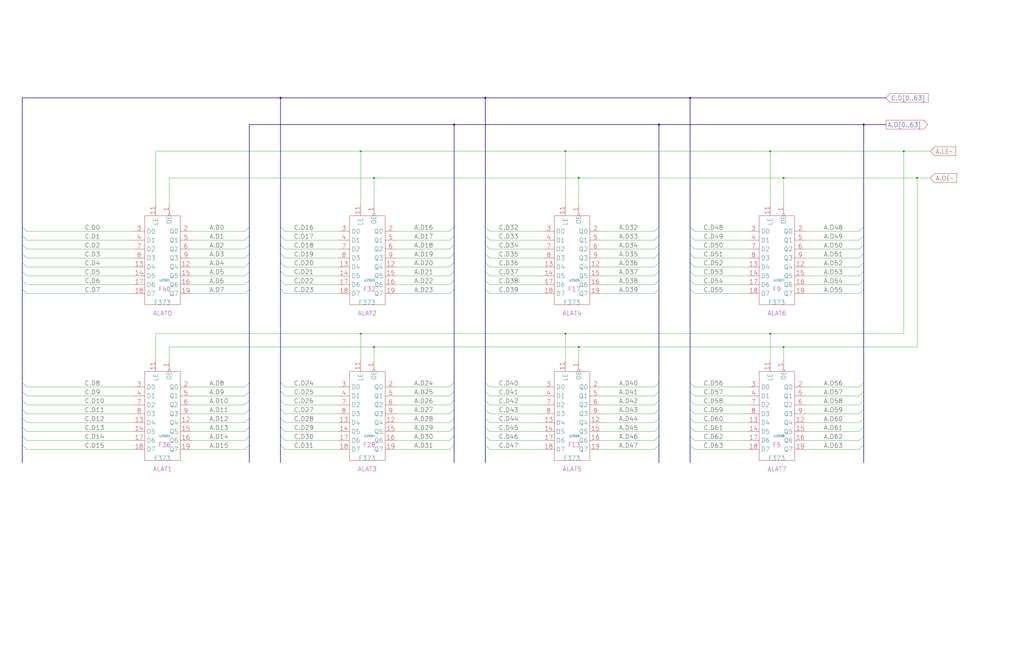
<source format=kicad_sch>
(kicad_sch (version 20250114) (generator "eeschema") (generator_version "9.0")
  (paper "User" 584.2 378.46)
  (title_block (title "A LATCH") (date "22-MAR-90") (rev "1.0") (comment 1 "VALUE") (comment 2 "232-003063") (comment 3 "S400") (comment 4 "RELEASED"))
  (lib_symbols
    (symbol "r1000:F373" (pin_names (offset 1.016))
      (property "Reference" "U" (at 2.54 5.08 0))
      (property "Value" "F373" (at -3.81 -7.62 0))
      (property "Location" "___" (at -1.27 0 0))
      (property "Name" "______" (at 1.27 -15.24 0))
      (symbol "F373_1_1"
        (rectangle (start -8.89 41.91) (end 11.43 -8.89))
        (circle (center 5.08 42.545) (radius 0.635))
        (pin input line (at -15.24 33.02 0) (length 6.35) (name "D0") (number "3"))
        (pin input line (at -15.24 27.94 0) (length 6.35) (name "D1") (number "4"))
        (pin input line (at -15.24 22.86 0) (length 6.35) (name "D2") (number "7"))
        (pin input line (at -15.24 17.78 0) (length 6.35) (name "D3") (number "8"))
        (pin input line (at -15.24 12.7 0) (length 6.35) (name "D4") (number "13"))
        (pin input line (at -15.24 7.62 0) (length 6.35) (name "D5") (number "14"))
        (pin input line (at -15.24 2.54 0) (length 6.35) (name "D6") (number "17"))
        (pin input line (at -15.24 -2.54 0) (length 6.35) (name "D7") (number "18"))
        (pin input line (at -2.54 48.26 270) (length 6.35) (name "LE") (number "11"))
        (pin input line (at 5.08 48.26 270) (length 5.08) (name "OE") (number "1"))
        (pin tri_state line (at 17.78 33.02 180) (length 6.35) (name "Q0") (number "2"))
        (pin tri_state line (at 17.78 27.94 180) (length 6.35) (name "Q1") (number "5"))
        (pin tri_state line (at 17.78 22.86 180) (length 6.35) (name "Q2") (number "6"))
        (pin tri_state line (at 17.78 17.78 180) (length 6.35) (name "Q3") (number "9"))
        (pin tri_state line (at 17.78 12.7 180) (length 6.35) (name "Q4") (number "12"))
        (pin tri_state line (at 17.78 7.62 180) (length 6.35) (name "Q5") (number "15"))
        (pin tri_state line (at 17.78 2.54 180) (length 6.35) (name "Q6") (number "16"))
        (pin tri_state line (at 17.78 -2.54 180) (length 6.35) (name "Q7") (number "19"))
      )
    )
  )
  (junction (at 439.42 86.36))
  (junction (at 375.92 71.12))
  (junction (at 515.62 86.36))
  (junction (at 213.36 198.12))
  (junction (at 447.04 198.12))
  (junction (at 330.2 101.6))
  (junction (at 259.08 71.12))
  (junction (at 213.36 101.6))
  (junction (at 393.7 55.88))
  (junction (at 330.2 198.12))
  (junction (at 439.42 190.5))
  (junction (at 447.04 101.6))
  (junction (at 322.58 190.5))
  (junction (at 276.86 55.88))
  (junction (at 205.74 86.36))
  (junction (at 205.74 190.5))
  (junction (at 322.58 86.36))
  (junction (at 523.24 101.6))
  (junction (at 160.02 55.88))
  (junction (at 492.76 71.12))
  (bus_entry (at 12.7 139.7) (size 2.54 2.54))
  (bus_entry (at 276.86 149.86) (size 2.54 2.54))
  (bus_entry (at 12.7 165.1) (size 2.54 2.54))
  (bus_entry (at 142.24 228.6) (size -2.54 2.54))
  (bus_entry (at 160.02 254) (size 2.54 2.54))
  (bus_entry (at 492.76 238.76) (size -2.54 2.54))
  (bus_entry (at 12.7 248.92) (size 2.54 2.54))
  (bus_entry (at 160.02 248.92) (size 2.54 2.54))
  (bus_entry (at 12.7 134.62) (size 2.54 2.54))
  (bus_entry (at 276.86 129.54) (size 2.54 2.54))
  (bus_entry (at 276.86 139.7) (size 2.54 2.54))
  (bus_entry (at 375.92 254) (size -2.54 2.54))
  (bus_entry (at 393.7 248.92) (size 2.54 2.54))
  (bus_entry (at 160.02 243.84) (size 2.54 2.54))
  (bus_entry (at 375.92 144.78) (size -2.54 2.54))
  (bus_entry (at 276.86 238.76) (size 2.54 2.54))
  (bus_entry (at 259.08 144.78) (size -2.54 2.54))
  (bus_entry (at 12.7 149.86) (size 2.54 2.54))
  (bus_entry (at 375.92 129.54) (size -2.54 2.54))
  (bus_entry (at 375.92 134.62) (size -2.54 2.54))
  (bus_entry (at 492.76 254) (size -2.54 2.54))
  (bus_entry (at 142.24 160.02) (size -2.54 2.54))
  (bus_entry (at 160.02 238.76) (size 2.54 2.54))
  (bus_entry (at 142.24 254) (size -2.54 2.54))
  (bus_entry (at 160.02 228.6) (size 2.54 2.54))
  (bus_entry (at 259.08 154.94) (size -2.54 2.54))
  (bus_entry (at 393.7 149.86) (size 2.54 2.54))
  (bus_entry (at 276.86 248.92) (size 2.54 2.54))
  (bus_entry (at 160.02 129.54) (size 2.54 2.54))
  (bus_entry (at 276.86 243.84) (size 2.54 2.54))
  (bus_entry (at 12.7 243.84) (size 2.54 2.54))
  (bus_entry (at 276.86 144.78) (size 2.54 2.54))
  (bus_entry (at 259.08 228.6) (size -2.54 2.54))
  (bus_entry (at 492.76 228.6) (size -2.54 2.54))
  (bus_entry (at 393.7 144.78) (size 2.54 2.54))
  (bus_entry (at 259.08 160.02) (size -2.54 2.54))
  (bus_entry (at 160.02 218.44) (size 2.54 2.54))
  (bus_entry (at 142.24 149.86) (size -2.54 2.54))
  (bus_entry (at 375.92 160.02) (size -2.54 2.54))
  (bus_entry (at 276.86 233.68) (size 2.54 2.54))
  (bus_entry (at 259.08 248.92) (size -2.54 2.54))
  (bus_entry (at 393.7 139.7) (size 2.54 2.54))
  (bus_entry (at 375.92 228.6) (size -2.54 2.54))
  (bus_entry (at 259.08 149.86) (size -2.54 2.54))
  (bus_entry (at 160.02 233.68) (size 2.54 2.54))
  (bus_entry (at 12.7 154.94) (size 2.54 2.54))
  (bus_entry (at 393.7 218.44) (size 2.54 2.54))
  (bus_entry (at 12.7 233.68) (size 2.54 2.54))
  (bus_entry (at 259.08 129.54) (size -2.54 2.54))
  (bus_entry (at 393.7 129.54) (size 2.54 2.54))
  (bus_entry (at 12.7 254) (size 2.54 2.54))
  (bus_entry (at 259.08 238.76) (size -2.54 2.54))
  (bus_entry (at 12.7 228.6) (size 2.54 2.54))
  (bus_entry (at 492.76 134.62) (size -2.54 2.54))
  (bus_entry (at 259.08 243.84) (size -2.54 2.54))
  (bus_entry (at 142.24 134.62) (size -2.54 2.54))
  (bus_entry (at 492.76 233.68) (size -2.54 2.54))
  (bus_entry (at 393.7 243.84) (size 2.54 2.54))
  (bus_entry (at 160.02 160.02) (size 2.54 2.54))
  (bus_entry (at 492.76 129.54) (size -2.54 2.54))
  (bus_entry (at 12.7 218.44) (size 2.54 2.54))
  (bus_entry (at 142.24 129.54) (size -2.54 2.54))
  (bus_entry (at 492.76 248.92) (size -2.54 2.54))
  (bus_entry (at 142.24 243.84) (size -2.54 2.54))
  (bus_entry (at 492.76 223.52) (size -2.54 2.54))
  (bus_entry (at 492.76 144.78) (size -2.54 2.54))
  (bus_entry (at 375.92 139.7) (size -2.54 2.54))
  (bus_entry (at 160.02 144.78) (size 2.54 2.54))
  (bus_entry (at 160.02 139.7) (size 2.54 2.54))
  (bus_entry (at 492.76 160.02) (size -2.54 2.54))
  (bus_entry (at 375.92 218.44) (size -2.54 2.54))
  (bus_entry (at 142.24 139.7) (size -2.54 2.54))
  (bus_entry (at 492.76 165.1) (size -2.54 2.54))
  (bus_entry (at 160.02 165.1) (size 2.54 2.54))
  (bus_entry (at 259.08 165.1) (size -2.54 2.54))
  (bus_entry (at 276.86 160.02) (size 2.54 2.54))
  (bus_entry (at 259.08 233.68) (size -2.54 2.54))
  (bus_entry (at 276.86 154.94) (size 2.54 2.54))
  (bus_entry (at 276.86 218.44) (size 2.54 2.54))
  (bus_entry (at 492.76 243.84) (size -2.54 2.54))
  (bus_entry (at 142.24 248.92) (size -2.54 2.54))
  (bus_entry (at 393.7 165.1) (size 2.54 2.54))
  (bus_entry (at 276.86 165.1) (size 2.54 2.54))
  (bus_entry (at 393.7 223.52) (size 2.54 2.54))
  (bus_entry (at 492.76 218.44) (size -2.54 2.54))
  (bus_entry (at 142.24 233.68) (size -2.54 2.54))
  (bus_entry (at 375.92 233.68) (size -2.54 2.54))
  (bus_entry (at 276.86 134.62) (size 2.54 2.54))
  (bus_entry (at 142.24 154.94) (size -2.54 2.54))
  (bus_entry (at 492.76 154.94) (size -2.54 2.54))
  (bus_entry (at 12.7 129.54) (size 2.54 2.54))
  (bus_entry (at 12.7 223.52) (size 2.54 2.54))
  (bus_entry (at 160.02 149.86) (size 2.54 2.54))
  (bus_entry (at 393.7 154.94) (size 2.54 2.54))
  (bus_entry (at 276.86 223.52) (size 2.54 2.54))
  (bus_entry (at 492.76 149.86) (size -2.54 2.54))
  (bus_entry (at 375.92 223.52) (size -2.54 2.54))
  (bus_entry (at 276.86 228.6) (size 2.54 2.54))
  (bus_entry (at 259.08 134.62) (size -2.54 2.54))
  (bus_entry (at 160.02 134.62) (size 2.54 2.54))
  (bus_entry (at 259.08 254) (size -2.54 2.54))
  (bus_entry (at 393.7 254) (size 2.54 2.54))
  (bus_entry (at 393.7 134.62) (size 2.54 2.54))
  (bus_entry (at 393.7 228.6) (size 2.54 2.54))
  (bus_entry (at 160.02 154.94) (size 2.54 2.54))
  (bus_entry (at 393.7 233.68) (size 2.54 2.54))
  (bus_entry (at 142.24 238.76) (size -2.54 2.54))
  (bus_entry (at 259.08 218.44) (size -2.54 2.54))
  (bus_entry (at 259.08 223.52) (size -2.54 2.54))
  (bus_entry (at 259.08 139.7) (size -2.54 2.54))
  (bus_entry (at 276.86 254) (size 2.54 2.54))
  (bus_entry (at 393.7 160.02) (size 2.54 2.54))
  (bus_entry (at 12.7 144.78) (size 2.54 2.54))
  (bus_entry (at 12.7 238.76) (size 2.54 2.54))
  (bus_entry (at 375.92 154.94) (size -2.54 2.54))
  (bus_entry (at 375.92 238.76) (size -2.54 2.54))
  (bus_entry (at 12.7 160.02) (size 2.54 2.54))
  (bus_entry (at 142.24 223.52) (size -2.54 2.54))
  (bus_entry (at 142.24 218.44) (size -2.54 2.54))
  (bus_entry (at 492.76 139.7) (size -2.54 2.54))
  (bus_entry (at 375.92 243.84) (size -2.54 2.54))
  (bus_entry (at 160.02 223.52) (size 2.54 2.54))
  (bus_entry (at 375.92 149.86) (size -2.54 2.54))
  (bus_entry (at 142.24 144.78) (size -2.54 2.54))
  (bus_entry (at 375.92 248.92) (size -2.54 2.54))
  (bus_entry (at 142.24 165.1) (size -2.54 2.54))
  (bus_entry (at 393.7 238.76) (size 2.54 2.54))
  (bus_entry (at 375.92 165.1) (size -2.54 2.54))
  (bus (pts (xy 160.02 223.52) (xy 160.02 228.6)))
  (wire (pts (xy 162.56 147.32) (xy 193.04 147.32)))
  (wire (pts (xy 109.22 162.56) (xy 139.7 162.56)))
  (bus (pts (xy 259.08 228.6) (xy 259.08 233.68)))
  (wire (pts (xy 396.24 132.08) (xy 426.72 132.08)))
  (bus (pts (xy 12.7 134.62) (xy 12.7 139.7)))
  (wire (pts (xy 523.24 198.12) (xy 447.04 198.12)))
  (wire (pts (xy 396.24 256.54) (xy 426.72 256.54)))
  (bus (pts (xy 12.7 55.88) (xy 12.7 129.54)))
  (wire (pts (xy 15.24 162.56) (xy 76.2 162.56)))
  (wire (pts (xy 515.62 86.36) (xy 515.62 190.5)))
  (bus (pts (xy 492.76 238.76) (xy 492.76 243.84)))
  (wire (pts (xy 396.24 162.56) (xy 426.72 162.56)))
  (wire (pts (xy 279.4 157.48) (xy 309.88 157.48)))
  (bus (pts (xy 12.7 55.88) (xy 160.02 55.88)))
  (wire (pts (xy 15.24 147.32) (xy 76.2 147.32)))
  (wire (pts (xy 342.9 147.32) (xy 373.38 147.32)))
  (bus (pts (xy 276.86 160.02) (xy 276.86 165.1)))
  (wire (pts (xy 15.24 137.16) (xy 76.2 137.16)))
  (bus (pts (xy 276.86 134.62) (xy 276.86 139.7)))
  (wire (pts (xy 162.56 231.14) (xy 193.04 231.14)))
  (wire (pts (xy 213.36 101.6) (xy 213.36 116.84)))
  (wire (pts (xy 342.9 246.38) (xy 373.38 246.38)))
  (bus (pts (xy 12.7 218.44) (xy 12.7 223.52)))
  (bus (pts (xy 276.86 55.88) (xy 276.86 129.54)))
  (wire (pts (xy 109.22 152.4) (xy 139.7 152.4)))
  (bus (pts (xy 276.86 154.94) (xy 276.86 160.02)))
  (wire (pts (xy 226.06 167.64) (xy 256.54 167.64)))
  (wire (pts (xy 396.24 137.16) (xy 426.72 137.16)))
  (wire (pts (xy 109.22 147.32) (xy 139.7 147.32)))
  (wire (pts (xy 279.4 226.06) (xy 309.88 226.06)))
  (bus (pts (xy 12.7 144.78) (xy 12.7 149.86)))
  (wire (pts (xy 459.74 241.3) (xy 490.22 241.3)))
  (bus (pts (xy 276.86 165.1) (xy 276.86 218.44)))
  (wire (pts (xy 447.04 101.6) (xy 523.24 101.6)))
  (bus (pts (xy 492.76 154.94) (xy 492.76 160.02)))
  (wire (pts (xy 459.74 231.14) (xy 490.22 231.14)))
  (wire (pts (xy 15.24 246.38) (xy 76.2 246.38)))
  (bus (pts (xy 492.76 139.7) (xy 492.76 144.78)))
  (wire (pts (xy 15.24 167.64) (xy 76.2 167.64)))
  (bus (pts (xy 276.86 228.6) (xy 276.86 233.68)))
  (wire (pts (xy 459.74 220.98) (xy 490.22 220.98)))
  (wire (pts (xy 162.56 220.98) (xy 193.04 220.98)))
  (bus (pts (xy 276.86 144.78) (xy 276.86 149.86)))
  (wire (pts (xy 226.06 162.56) (xy 256.54 162.56)))
  (wire (pts (xy 459.74 132.08) (xy 490.22 132.08)))
  (bus (pts (xy 492.76 233.68) (xy 492.76 238.76)))
  (wire (pts (xy 342.9 241.3) (xy 373.38 241.3)))
  (bus (pts (xy 492.76 71.12) (xy 505.46 71.12)))
  (bus (pts (xy 276.86 243.84) (xy 276.86 248.92)))
  (wire (pts (xy 226.06 256.54) (xy 256.54 256.54)))
  (bus (pts (xy 142.24 149.86) (xy 142.24 154.94)))
  (bus (pts (xy 160.02 129.54) (xy 160.02 134.62)))
  (bus (pts (xy 142.24 71.12) (xy 142.24 129.54)))
  (bus (pts (xy 375.92 223.52) (xy 375.92 228.6)))
  (bus (pts (xy 492.76 228.6) (xy 492.76 233.68)))
  (bus (pts (xy 12.7 228.6) (xy 12.7 233.68)))
  (bus (pts (xy 12.7 248.92) (xy 12.7 254)))
  (wire (pts (xy 88.9 86.36) (xy 205.74 86.36)))
  (wire (pts (xy 109.22 220.98) (xy 139.7 220.98)))
  (wire (pts (xy 109.22 241.3) (xy 139.7 241.3)))
  (wire (pts (xy 109.22 167.64) (xy 139.7 167.64)))
  (wire (pts (xy 342.9 256.54) (xy 373.38 256.54)))
  (wire (pts (xy 396.24 147.32) (xy 426.72 147.32)))
  (bus (pts (xy 492.76 71.12) (xy 492.76 129.54)))
  (wire (pts (xy 279.4 246.38) (xy 309.88 246.38)))
  (wire (pts (xy 226.06 241.3) (xy 256.54 241.3)))
  (wire (pts (xy 96.52 198.12) (xy 96.52 205.74)))
  (bus (pts (xy 276.86 139.7) (xy 276.86 144.78)))
  (bus (pts (xy 393.7 165.1) (xy 393.7 218.44)))
  (bus (pts (xy 142.24 160.02) (xy 142.24 165.1)))
  (wire (pts (xy 109.22 256.54) (xy 139.7 256.54)))
  (bus (pts (xy 375.92 71.12) (xy 492.76 71.12)))
  (wire (pts (xy 330.2 198.12) (xy 330.2 205.74)))
  (wire (pts (xy 162.56 226.06) (xy 193.04 226.06)))
  (wire (pts (xy 439.42 86.36) (xy 515.62 86.36)))
  (bus (pts (xy 393.7 55.88) (xy 393.7 129.54)))
  (wire (pts (xy 330.2 101.6) (xy 330.2 116.84)))
  (wire (pts (xy 15.24 142.24) (xy 76.2 142.24)))
  (wire (pts (xy 213.36 101.6) (xy 330.2 101.6)))
  (bus (pts (xy 160.02 228.6) (xy 160.02 233.68)))
  (wire (pts (xy 162.56 152.4) (xy 193.04 152.4)))
  (wire (pts (xy 279.4 137.16) (xy 309.88 137.16)))
  (wire (pts (xy 15.24 236.22) (xy 76.2 236.22)))
  (wire (pts (xy 459.74 137.16) (xy 490.22 137.16)))
  (wire (pts (xy 523.24 101.6) (xy 523.24 198.12)))
  (wire (pts (xy 15.24 152.4) (xy 76.2 152.4)))
  (wire (pts (xy 162.56 251.46) (xy 193.04 251.46)))
  (wire (pts (xy 439.42 190.5) (xy 439.42 205.74)))
  (wire (pts (xy 226.06 246.38) (xy 256.54 246.38)))
  (wire (pts (xy 279.4 256.54) (xy 309.88 256.54)))
  (wire (pts (xy 396.24 236.22) (xy 426.72 236.22)))
  (wire (pts (xy 279.4 241.3) (xy 309.88 241.3)))
  (wire (pts (xy 88.9 190.5) (xy 88.9 205.74)))
  (wire (pts (xy 459.74 256.54) (xy 490.22 256.54)))
  (bus (pts (xy 375.92 238.76) (xy 375.92 243.84)))
  (bus (pts (xy 492.76 254) (xy 492.76 264.16)))
  (wire (pts (xy 226.06 157.48) (xy 256.54 157.48)))
  (bus (pts (xy 259.08 71.12) (xy 259.08 129.54)))
  (bus (pts (xy 160.02 134.62) (xy 160.02 139.7)))
  (bus (pts (xy 160.02 144.78) (xy 160.02 149.86)))
  (bus (pts (xy 142.24 71.12) (xy 259.08 71.12)))
  (bus (pts (xy 160.02 254) (xy 160.02 264.16)))
  (bus (pts (xy 259.08 254) (xy 259.08 264.16)))
  (wire (pts (xy 279.4 162.56) (xy 309.88 162.56)))
  (wire (pts (xy 459.74 157.48) (xy 490.22 157.48)))
  (bus (pts (xy 12.7 129.54) (xy 12.7 134.62)))
  (bus (pts (xy 12.7 238.76) (xy 12.7 243.84)))
  (bus (pts (xy 12.7 139.7) (xy 12.7 144.78)))
  (wire (pts (xy 322.58 190.5) (xy 322.58 205.74)))
  (bus (pts (xy 492.76 218.44) (xy 492.76 223.52)))
  (bus (pts (xy 259.08 144.78) (xy 259.08 149.86)))
  (bus (pts (xy 160.02 154.94) (xy 160.02 160.02)))
  (bus (pts (xy 12.7 165.1) (xy 12.7 218.44)))
  (bus (pts (xy 393.7 134.62) (xy 393.7 139.7)))
  (wire (pts (xy 342.9 142.24) (xy 373.38 142.24)))
  (wire (pts (xy 447.04 198.12) (xy 447.04 205.74)))
  (bus (pts (xy 375.92 254) (xy 375.92 264.16)))
  (wire (pts (xy 15.24 241.3) (xy 76.2 241.3)))
  (bus (pts (xy 393.7 149.86) (xy 393.7 154.94)))
  (bus (pts (xy 12.7 243.84) (xy 12.7 248.92)))
  (wire (pts (xy 459.74 152.4) (xy 490.22 152.4)))
  (wire (pts (xy 162.56 256.54) (xy 193.04 256.54)))
  (wire (pts (xy 342.9 236.22) (xy 373.38 236.22)))
  (bus (pts (xy 142.24 134.62) (xy 142.24 139.7)))
  (bus (pts (xy 375.92 243.84) (xy 375.92 248.92)))
  (wire (pts (xy 226.06 142.24) (xy 256.54 142.24)))
  (bus (pts (xy 142.24 228.6) (xy 142.24 233.68)))
  (wire (pts (xy 96.52 101.6) (xy 213.36 101.6)))
  (wire (pts (xy 447.04 198.12) (xy 330.2 198.12)))
  (wire (pts (xy 459.74 142.24) (xy 490.22 142.24)))
  (wire (pts (xy 279.4 147.32) (xy 309.88 147.32)))
  (wire (pts (xy 396.24 241.3) (xy 426.72 241.3)))
  (wire (pts (xy 226.06 147.32) (xy 256.54 147.32)))
  (wire (pts (xy 447.04 101.6) (xy 447.04 116.84)))
  (bus (pts (xy 393.7 129.54) (xy 393.7 134.62)))
  (wire (pts (xy 396.24 167.64) (xy 426.72 167.64)))
  (wire (pts (xy 342.9 152.4) (xy 373.38 152.4)))
  (bus (pts (xy 259.08 154.94) (xy 259.08 160.02)))
  (bus (pts (xy 492.76 129.54) (xy 492.76 134.62)))
  (bus (pts (xy 259.08 165.1) (xy 259.08 218.44)))
  (wire (pts (xy 342.9 132.08) (xy 373.38 132.08)))
  (wire (pts (xy 279.4 132.08) (xy 309.88 132.08)))
  (bus (pts (xy 276.86 233.68) (xy 276.86 238.76)))
  (bus (pts (xy 375.92 233.68) (xy 375.92 238.76)))
  (wire (pts (xy 205.74 190.5) (xy 205.74 205.74)))
  (wire (pts (xy 96.52 101.6) (xy 96.52 116.84)))
  (wire (pts (xy 109.22 246.38) (xy 139.7 246.38)))
  (bus (pts (xy 375.92 154.94) (xy 375.92 160.02)))
  (bus (pts (xy 160.02 139.7) (xy 160.02 144.78)))
  (wire (pts (xy 322.58 86.36) (xy 322.58 116.84)))
  (wire (pts (xy 162.56 137.16) (xy 193.04 137.16)))
  (bus (pts (xy 276.86 238.76) (xy 276.86 243.84)))
  (bus (pts (xy 393.7 144.78) (xy 393.7 149.86)))
  (bus (pts (xy 276.86 223.52) (xy 276.86 228.6)))
  (wire (pts (xy 322.58 190.5) (xy 205.74 190.5)))
  (wire (pts (xy 330.2 198.12) (xy 213.36 198.12)))
  (bus (pts (xy 142.24 165.1) (xy 142.24 218.44)))
  (bus (pts (xy 259.08 238.76) (xy 259.08 243.84)))
  (bus (pts (xy 160.02 160.02) (xy 160.02 165.1)))
  (wire (pts (xy 226.06 236.22) (xy 256.54 236.22)))
  (bus (pts (xy 375.92 160.02) (xy 375.92 165.1)))
  (bus (pts (xy 142.24 248.92) (xy 142.24 254)))
  (wire (pts (xy 396.24 220.98) (xy 426.72 220.98)))
  (bus (pts (xy 142.24 223.52) (xy 142.24 228.6)))
  (wire (pts (xy 15.24 226.06) (xy 76.2 226.06)))
  (bus (pts (xy 160.02 233.68) (xy 160.02 238.76)))
  (bus (pts (xy 492.76 165.1) (xy 492.76 218.44)))
  (bus (pts (xy 492.76 160.02) (xy 492.76 165.1)))
  (bus (pts (xy 375.92 218.44) (xy 375.92 223.52)))
  (bus (pts (xy 393.7 233.68) (xy 393.7 238.76)))
  (wire (pts (xy 279.4 142.24) (xy 309.88 142.24)))
  (wire (pts (xy 15.24 157.48) (xy 76.2 157.48)))
  (wire (pts (xy 226.06 231.14) (xy 256.54 231.14)))
  (wire (pts (xy 459.74 246.38) (xy 490.22 246.38)))
  (bus (pts (xy 160.02 238.76) (xy 160.02 243.84)))
  (bus (pts (xy 276.86 248.92) (xy 276.86 254)))
  (wire (pts (xy 15.24 256.54) (xy 76.2 256.54)))
  (wire (pts (xy 342.9 226.06) (xy 373.38 226.06)))
  (wire (pts (xy 15.24 251.46) (xy 76.2 251.46)))
  (wire (pts (xy 459.74 236.22) (xy 490.22 236.22)))
  (bus (pts (xy 160.02 55.88) (xy 160.02 129.54)))
  (bus (pts (xy 142.24 144.78) (xy 142.24 149.86)))
  (bus (pts (xy 12.7 223.52) (xy 12.7 228.6)))
  (wire (pts (xy 15.24 220.98) (xy 76.2 220.98)))
  (bus (pts (xy 259.08 248.92) (xy 259.08 254)))
  (wire (pts (xy 459.74 251.46) (xy 490.22 251.46)))
  (bus (pts (xy 276.86 129.54) (xy 276.86 134.62)))
  (wire (pts (xy 396.24 152.4) (xy 426.72 152.4)))
  (bus (pts (xy 492.76 149.86) (xy 492.76 154.94)))
  (bus (pts (xy 259.08 139.7) (xy 259.08 144.78)))
  (bus (pts (xy 12.7 254) (xy 12.7 264.16)))
  (wire (pts (xy 88.9 86.36) (xy 88.9 116.84)))
  (bus (pts (xy 393.7 218.44) (xy 393.7 223.52)))
  (wire (pts (xy 109.22 157.48) (xy 139.7 157.48)))
  (wire (pts (xy 162.56 241.3) (xy 193.04 241.3)))
  (bus (pts (xy 393.7 238.76) (xy 393.7 243.84)))
  (wire (pts (xy 396.24 157.48) (xy 426.72 157.48)))
  (bus (pts (xy 492.76 248.92) (xy 492.76 254)))
  (wire (pts (xy 279.4 251.46) (xy 309.88 251.46)))
  (wire (pts (xy 279.4 152.4) (xy 309.88 152.4)))
  (wire (pts (xy 279.4 167.64) (xy 309.88 167.64)))
  (bus (pts (xy 492.76 243.84) (xy 492.76 248.92)))
  (wire (pts (xy 226.06 152.4) (xy 256.54 152.4)))
  (bus (pts (xy 160.02 218.44) (xy 160.02 223.52)))
  (wire (pts (xy 396.24 251.46) (xy 426.72 251.46)))
  (bus (pts (xy 12.7 233.68) (xy 12.7 238.76)))
  (wire (pts (xy 396.24 142.24) (xy 426.72 142.24)))
  (wire (pts (xy 459.74 167.64) (xy 490.22 167.64)))
  (bus (pts (xy 142.24 243.84) (xy 142.24 248.92)))
  (bus (pts (xy 276.86 218.44) (xy 276.86 223.52)))
  (wire (pts (xy 439.42 86.36) (xy 439.42 116.84)))
  (bus (pts (xy 393.7 254) (xy 393.7 264.16)))
  (wire (pts (xy 226.06 137.16) (xy 256.54 137.16)))
  (wire (pts (xy 15.24 132.08) (xy 76.2 132.08)))
  (wire (pts (xy 515.62 190.5) (xy 439.42 190.5)))
  (bus (pts (xy 393.7 223.52) (xy 393.7 228.6)))
  (wire (pts (xy 162.56 236.22) (xy 193.04 236.22)))
  (wire (pts (xy 523.24 101.6) (xy 530.86 101.6)))
  (wire (pts (xy 205.74 86.36) (xy 322.58 86.36)))
  (bus (pts (xy 160.02 55.88) (xy 276.86 55.88)))
  (bus (pts (xy 259.08 243.84) (xy 259.08 248.92)))
  (bus (pts (xy 393.7 248.92) (xy 393.7 254)))
  (bus (pts (xy 375.92 134.62) (xy 375.92 139.7)))
  (bus (pts (xy 142.24 139.7) (xy 142.24 144.78)))
  (wire (pts (xy 226.06 220.98) (xy 256.54 220.98)))
  (bus (pts (xy 375.92 149.86) (xy 375.92 154.94)))
  (wire (pts (xy 279.4 236.22) (xy 309.88 236.22)))
  (wire (pts (xy 15.24 231.14) (xy 76.2 231.14)))
  (bus (pts (xy 393.7 160.02) (xy 393.7 165.1)))
  (bus (pts (xy 259.08 218.44) (xy 259.08 223.52)))
  (bus (pts (xy 142.24 218.44) (xy 142.24 223.52)))
  (wire (pts (xy 515.62 86.36) (xy 530.86 86.36)))
  (wire (pts (xy 205.74 190.5) (xy 88.9 190.5)))
  (bus (pts (xy 375.92 71.12) (xy 375.92 129.54)))
  (bus (pts (xy 276.86 254) (xy 276.86 264.16)))
  (wire (pts (xy 162.56 167.64) (xy 193.04 167.64)))
  (wire (pts (xy 226.06 251.46) (xy 256.54 251.46)))
  (bus (pts (xy 492.76 223.52) (xy 492.76 228.6)))
  (wire (pts (xy 226.06 132.08) (xy 256.54 132.08)))
  (wire (pts (xy 213.36 198.12) (xy 96.52 198.12)))
  (wire (pts (xy 109.22 231.14) (xy 139.7 231.14)))
  (wire (pts (xy 109.22 142.24) (xy 139.7 142.24)))
  (bus (pts (xy 160.02 243.84) (xy 160.02 248.92)))
  (wire (pts (xy 459.74 147.32) (xy 490.22 147.32)))
  (bus (pts (xy 259.08 160.02) (xy 259.08 165.1)))
  (bus (pts (xy 142.24 238.76) (xy 142.24 243.84)))
  (bus (pts (xy 259.08 71.12) (xy 375.92 71.12)))
  (wire (pts (xy 279.4 220.98) (xy 309.88 220.98)))
  (wire (pts (xy 342.9 220.98) (xy 373.38 220.98)))
  (wire (pts (xy 396.24 226.06) (xy 426.72 226.06)))
  (wire (pts (xy 279.4 231.14) (xy 309.88 231.14)))
  (wire (pts (xy 162.56 246.38) (xy 193.04 246.38)))
  (bus (pts (xy 393.7 154.94) (xy 393.7 160.02)))
  (bus (pts (xy 393.7 139.7) (xy 393.7 144.78)))
  (bus (pts (xy 259.08 233.68) (xy 259.08 238.76)))
  (bus (pts (xy 375.92 144.78) (xy 375.92 149.86)))
  (bus (pts (xy 492.76 144.78) (xy 492.76 149.86)))
  (wire (pts (xy 109.22 226.06) (xy 139.7 226.06)))
  (wire (pts (xy 342.9 162.56) (xy 373.38 162.56)))
  (bus (pts (xy 276.86 55.88) (xy 393.7 55.88)))
  (wire (pts (xy 342.9 137.16) (xy 373.38 137.16)))
  (bus (pts (xy 375.92 139.7) (xy 375.92 144.78)))
  (wire (pts (xy 226.06 226.06) (xy 256.54 226.06)))
  (bus (pts (xy 375.92 248.92) (xy 375.92 254)))
  (bus (pts (xy 393.7 228.6) (xy 393.7 233.68)))
  (bus (pts (xy 142.24 254) (xy 142.24 264.16)))
  (wire (pts (xy 396.24 231.14) (xy 426.72 231.14)))
  (bus (pts (xy 142.24 129.54) (xy 142.24 134.62)))
  (bus (pts (xy 12.7 154.94) (xy 12.7 160.02)))
  (wire (pts (xy 162.56 157.48) (xy 193.04 157.48)))
  (wire (pts (xy 213.36 198.12) (xy 213.36 205.74)))
  (bus (pts (xy 142.24 233.68) (xy 142.24 238.76)))
  (wire (pts (xy 459.74 162.56) (xy 490.22 162.56)))
  (wire (pts (xy 322.58 86.36) (xy 439.42 86.36)))
  (bus (pts (xy 160.02 165.1) (xy 160.02 218.44)))
  (bus (pts (xy 12.7 160.02) (xy 12.7 165.1)))
  (wire (pts (xy 205.74 86.36) (xy 205.74 116.84)))
  (wire (pts (xy 439.42 190.5) (xy 322.58 190.5)))
  (wire (pts (xy 162.56 132.08) (xy 193.04 132.08)))
  (bus (pts (xy 393.7 243.84) (xy 393.7 248.92)))
  (wire (pts (xy 459.74 226.06) (xy 490.22 226.06)))
  (wire (pts (xy 342.9 251.46) (xy 373.38 251.46)))
  (bus (pts (xy 259.08 129.54) (xy 259.08 134.62)))
  (wire (pts (xy 109.22 132.08) (xy 139.7 132.08)))
  (wire (pts (xy 342.9 231.14) (xy 373.38 231.14)))
  (bus (pts (xy 160.02 248.92) (xy 160.02 254)))
  (bus (pts (xy 259.08 149.86) (xy 259.08 154.94)))
  (bus (pts (xy 492.76 134.62) (xy 492.76 139.7)))
  (wire (pts (xy 109.22 236.22) (xy 139.7 236.22)))
  (wire (pts (xy 109.22 251.46) (xy 139.7 251.46)))
  (bus (pts (xy 276.86 149.86) (xy 276.86 154.94)))
  (bus (pts (xy 259.08 134.62) (xy 259.08 139.7)))
  (bus (pts (xy 393.7 55.88) (xy 505.46 55.88)))
  (wire (pts (xy 396.24 246.38) (xy 426.72 246.38)))
  (bus (pts (xy 142.24 154.94) (xy 142.24 160.02)))
  (bus (pts (xy 375.92 129.54) (xy 375.92 134.62)))
  (bus (pts (xy 375.92 228.6) (xy 375.92 233.68)))
  (bus (pts (xy 12.7 149.86) (xy 12.7 154.94)))
  (wire (pts (xy 342.9 167.64) (xy 373.38 167.64)))
  (wire (pts (xy 162.56 162.56) (xy 193.04 162.56)))
  (bus (pts (xy 375.92 165.1) (xy 375.92 218.44)))
  (bus (pts (xy 259.08 223.52) (xy 259.08 228.6)))
  (wire (pts (xy 109.22 137.16) (xy 139.7 137.16)))
  (wire (pts (xy 162.56 142.24) (xy 193.04 142.24)))
  (bus (pts (xy 160.02 149.86) (xy 160.02 154.94)))
  (wire (pts (xy 342.9 157.48) (xy 373.38 157.48)))
  (wire (pts (xy 330.2 101.6) (xy 447.04 101.6)))
  (label "A.D21" (at 236.22 157.48 0) (effects (font (size 2.54 2.54))))
  (label "C.D5" (at 48.26 157.48 0) (effects (font (size 2.54 2.54))))
  (label "C.D47" (at 284.48 256.54 0) (effects (font (size 2.54 2.54))))
  (label "A.D40" (at 353.06 220.98 0) (effects (font (size 2.54 2.54))))
  (label "A.D43" (at 353.06 236.22 0) (effects (font (size 2.54 2.54))))
  (label "C.D53" (at 401.32 157.48 0) (effects (font (size 2.54 2.54))))
  (label "A.D61" (at 469.9 246.38 0) (effects (font (size 2.54 2.54))))
  (label "C.D29" (at 167.64 246.38 0) (effects (font (size 2.54 2.54))))
  (label "A.D48" (at 469.9 132.08 0) (effects (font (size 2.54 2.54))))
  (label "A.D45" (at 353.06 246.38 0) (effects (font (size 2.54 2.54))))
  (label "C.D37" (at 284.48 157.48 0) (effects (font (size 2.54 2.54))))
  (label "C.D38" (at 284.48 162.56 0) (effects (font (size 2.54 2.54))))
  (label "A.D35" (at 353.06 147.32 0) (effects (font (size 2.54 2.54))))
  (label "C.D25" (at 167.64 226.06 0) (effects (font (size 2.54 2.54))))
  (label "A.D57" (at 469.9 226.06 0) (effects (font (size 2.54 2.54))))
  (label "C.D63" (at 401.32 256.54 0) (effects (font (size 2.54 2.54))))
  (label "C.D54" (at 401.32 162.56 0) (effects (font (size 2.54 2.54))))
  (label "C.D35" (at 284.48 147.32 0) (effects (font (size 2.54 2.54))))
  (label "C.D3" (at 48.26 147.32 0) (effects (font (size 2.54 2.54))))
  (label "A.D38" (at 353.06 162.56 0) (effects (font (size 2.54 2.54))))
  (label "C.D19" (at 167.64 147.32 0) (effects (font (size 2.54 2.54))))
  (label "A.D60" (at 469.9 241.3 0) (effects (font (size 2.54 2.54))))
  (label "C.D28" (at 167.64 241.3 0) (effects (font (size 2.54 2.54))))
  (label "C.D2" (at 48.26 142.24 0) (effects (font (size 2.54 2.54))))
  (label "C.D61" (at 401.32 246.38 0) (effects (font (size 2.54 2.54))))
  (label "C.D7" (at 48.26 167.64 0) (effects (font (size 2.54 2.54))))
  (label "A.D0" (at 119.38 132.08 0) (effects (font (size 2.54 2.54))))
  (label "A.D54" (at 469.9 162.56 0) (effects (font (size 2.54 2.54))))
  (label "C.D60" (at 401.32 241.3 0) (effects (font (size 2.54 2.54))))
  (label "C.D34" (at 284.48 142.24 0) (effects (font (size 2.54 2.54))))
  (label "A.D23" (at 236.22 167.64 0) (effects (font (size 2.54 2.54))))
  (label "C.D58" (at 401.32 231.14 0) (effects (font (size 2.54 2.54))))
  (label "C.D15" (at 48.26 256.54 0) (effects (font (size 2.54 2.54))))
  (label "C.D20" (at 167.64 152.4 0) (effects (font (size 2.54 2.54))))
  (label "A.D10" (at 119.38 231.14 0) (effects (font (size 2.54 2.54))))
  (label "A.D63" (at 469.9 256.54 0) (effects (font (size 2.54 2.54))))
  (label "C.D23" (at 167.64 167.64 0) (effects (font (size 2.54 2.54))))
  (label "C.D14" (at 48.26 251.46 0) (effects (font (size 2.54 2.54))))
  (label "C.D1" (at 48.26 137.16 0) (effects (font (size 2.54 2.54))))
  (label "A.D14" (at 119.38 251.46 0) (effects (font (size 2.54 2.54))))
  (label "A.D17" (at 236.22 137.16 0) (effects (font (size 2.54 2.54))))
  (label "C.D4" (at 48.26 152.4 0) (effects (font (size 2.54 2.54))))
  (label "C.D36" (at 284.48 152.4 0) (effects (font (size 2.54 2.54))))
  (label "A.D56" (at 469.9 220.98 0) (effects (font (size 2.54 2.54))))
  (label "A.D37" (at 353.06 157.48 0) (effects (font (size 2.54 2.54))))
  (label "C.D44" (at 284.48 241.3 0) (effects (font (size 2.54 2.54))))
  (label "C.D39" (at 284.48 167.64 0) (effects (font (size 2.54 2.54))))
  (label "A.D36" (at 353.06 152.4 0) (effects (font (size 2.54 2.54))))
  (label "A.D27" (at 236.22 236.22 0) (effects (font (size 2.54 2.54))))
  (label "A.D47" (at 353.06 256.54 0) (effects (font (size 2.54 2.54))))
  (label "A.D1" (at 119.38 137.16 0) (effects (font (size 2.54 2.54))))
  (label "A.D11" (at 119.38 236.22 0) (effects (font (size 2.54 2.54))))
  (label "A.D50" (at 469.9 142.24 0) (effects (font (size 2.54 2.54))))
  (label "C.D10" (at 48.26 231.14 0) (effects (font (size 2.54 2.54))))
  (label "A.D2" (at 119.38 142.24 0) (effects (font (size 2.54 2.54))))
  (label "A.D53" (at 469.9 157.48 0) (effects (font (size 2.54 2.54))))
  (label "C.D21" (at 167.64 157.48 0) (effects (font (size 2.54 2.54))))
  (label "A.D33" (at 353.06 137.16 0) (effects (font (size 2.54 2.54))))
  (label "C.D17" (at 167.64 137.16 0) (effects (font (size 2.54 2.54))))
  (label "A.D62" (at 469.9 251.46 0) (effects (font (size 2.54 2.54))))
  (label "A.D5" (at 119.38 157.48 0) (effects (font (size 2.54 2.54))))
  (label "C.D9" (at 48.26 226.06 0) (effects (font (size 2.54 2.54))))
  (label "C.D62" (at 401.32 251.46 0) (effects (font (size 2.54 2.54))))
  (label "C.D50" (at 401.32 142.24 0) (effects (font (size 2.54 2.54))))
  (label "C.D27" (at 167.64 236.22 0) (effects (font (size 2.54 2.54))))
  (label "C.D31" (at 167.64 256.54 0) (effects (font (size 2.54 2.54))))
  (label "A.D13" (at 119.38 246.38 0) (effects (font (size 2.54 2.54))))
  (label "A.D42" (at 353.06 231.14 0) (effects (font (size 2.54 2.54))))
  (label "C.D33" (at 284.48 137.16 0) (effects (font (size 2.54 2.54))))
  (label "A.D3" (at 119.38 147.32 0) (effects (font (size 2.54 2.54))))
  (label "C.D49" (at 401.32 137.16 0) (effects (font (size 2.54 2.54))))
  (label "A.D39" (at 353.06 167.64 0) (effects (font (size 2.54 2.54))))
  (label "C.D12" (at 48.26 241.3 0) (effects (font (size 2.54 2.54))))
  (label "A.D7" (at 119.38 167.64 0) (effects (font (size 2.54 2.54))))
  (label "C.D22" (at 167.64 162.56 0) (effects (font (size 2.54 2.54))))
  (label "A.D26" (at 236.22 231.14 0) (effects (font (size 2.54 2.54))))
  (label "C.D16" (at 167.64 132.08 0) (effects (font (size 2.54 2.54))))
  (label "C.D24" (at 167.64 220.98 0) (effects (font (size 2.54 2.54))))
  (label "A.D58" (at 469.9 231.14 0) (effects (font (size 2.54 2.54))))
  (label "C.D0" (at 48.26 132.08 0) (effects (font (size 2.54 2.54))))
  (label "A.D30" (at 236.22 251.46 0) (effects (font (size 2.54 2.54))))
  (label "C.D18" (at 167.64 142.24 0) (effects (font (size 2.54 2.54))))
  (label "A.D16" (at 236.22 132.08 0) (effects (font (size 2.54 2.54))))
  (label "A.D55" (at 469.9 167.64 0) (effects (font (size 2.54 2.54))))
  (label "C.D30" (at 167.64 251.46 0) (effects (font (size 2.54 2.54))))
  (label "C.D48" (at 401.32 132.08 0) (effects (font (size 2.54 2.54))))
  (label "C.D52" (at 401.32 152.4 0) (effects (font (size 2.54 2.54))))
  (label "C.D41" (at 284.48 226.06 0) (effects (font (size 2.54 2.54))))
  (label "A.D52" (at 469.9 152.4 0) (effects (font (size 2.54 2.54))))
  (label "A.D41" (at 353.06 226.06 0) (effects (font (size 2.54 2.54))))
  (label "C.D11" (at 48.26 236.22 0) (effects (font (size 2.54 2.54))))
  (label "C.D8" (at 48.26 220.98 0) (effects (font (size 2.54 2.54))))
  (label "A.D20" (at 236.22 152.4 0) (effects (font (size 2.54 2.54))))
  (label "C.D51" (at 401.32 147.32 0) (effects (font (size 2.54 2.54))))
  (label "C.D26" (at 167.64 231.14 0) (effects (font (size 2.54 2.54))))
  (label "A.D6" (at 119.38 162.56 0) (effects (font (size 2.54 2.54))))
  (label "C.D45" (at 284.48 246.38 0) (effects (font (size 2.54 2.54))))
  (label "A.D25" (at 236.22 226.06 0) (effects (font (size 2.54 2.54))))
  (label "C.D13" (at 48.26 246.38 0) (effects (font (size 2.54 2.54))))
  (label "A.D22" (at 236.22 162.56 0) (effects (font (size 2.54 2.54))))
  (label "A.D24" (at 236.22 220.98 0) (effects (font (size 2.54 2.54))))
  (label "A.D8" (at 119.38 220.98 0) (effects (font (size 2.54 2.54))))
  (label "A.D12" (at 119.38 241.3 0) (effects (font (size 2.54 2.54))))
  (label "A.D4" (at 119.38 152.4 0) (effects (font (size 2.54 2.54))))
  (label "C.D46" (at 284.48 251.46 0) (effects (font (size 2.54 2.54))))
  (label "A.D29" (at 236.22 246.38 0) (effects (font (size 2.54 2.54))))
  (label "C.D55" (at 401.32 167.64 0) (effects (font (size 2.54 2.54))))
  (label "C.D40" (at 284.48 220.98 0) (effects (font (size 2.54 2.54))))
  (label "A.D44" (at 353.06 241.3 0) (effects (font (size 2.54 2.54))))
  (label "A.D9" (at 119.38 226.06 0) (effects (font (size 2.54 2.54))))
  (label "C.D59" (at 401.32 236.22 0) (effects (font (size 2.54 2.54))))
  (label "A.D19" (at 236.22 147.32 0) (effects (font (size 2.54 2.54))))
  (label "A.D28" (at 236.22 241.3 0) (effects (font (size 2.54 2.54))))
  (label "A.D59" (at 469.9 236.22 0) (effects (font (size 2.54 2.54))))
  (label "A.D32" (at 353.06 132.08 0) (effects (font (size 2.54 2.54))))
  (label "C.D6" (at 48.26 162.56 0) (effects (font (size 2.54 2.54))))
  (label "C.D32" (at 284.48 132.08 0) (effects (font (size 2.54 2.54))))
  (label "A.D51" (at 469.9 147.32 0) (effects (font (size 2.54 2.54))))
  (label "C.D56" (at 401.32 220.98 0) (effects (font (size 2.54 2.54))))
  (label "A.D18" (at 236.22 142.24 0) (effects (font (size 2.54 2.54))))
  (label "C.D43" (at 284.48 236.22 0) (effects (font (size 2.54 2.54))))
  (label "A.D49" (at 469.9 137.16 0) (effects (font (size 2.54 2.54))))
  (label "C.D42" (at 284.48 231.14 0) (effects (font (size 2.54 2.54))))
  (label "A.D15" (at 119.38 256.54 0) (effects (font (size 2.54 2.54))))
  (label "A.D31" (at 236.22 256.54 0) (effects (font (size 2.54 2.54))))
  (label "A.D34" (at 353.06 142.24 0) (effects (font (size 2.54 2.54))))
  (label "A.D46" (at 353.06 251.46 0) (effects (font (size 2.54 2.54))))
  (label "C.D57" (at 401.32 226.06 0) (effects (font (size 2.54 2.54))))
  (global_label "A.OE~" (shape input) (at 530.86 101.6 0) (effects (font (size 2.54 2.54))) (property "Intersheetrefs" "${INTERSHEET_REFS}" (at 545.846 101.4413 0) (effects (font (size 1.905 1.905)) (justify left))))
  (global_label "A.LE~" (shape input) (at 530.86 86.36 0) (effects (font (size 2.54 2.54))) (property "Intersheetrefs" "${INTERSHEET_REFS}" (at 545.2412 86.2013 0) (effects (font (size 1.905 1.905)) (justify left))))
  (global_label "C.D[0..63]" (shape input) (at 505.46 55.88 0) (effects (font (size 2.54 2.54))) (property "Intersheetrefs" "${INTERSHEET_REFS}" (at 529.6384 55.7213 0) (effects (font (size 1.905 1.905)) (justify left))))
  (global_label "A.D[0..63]" (shape output) (at 505.46 71.12 0) (effects (font (size 2.54 2.54))) (property "Intersheetrefs" "${INTERSHEET_REFS}" (at 529.2755 70.9613 0) (effects (font (size 1.905 1.905)) (justify left))))
  (symbol (lib_id "r1000:F373") (at 91.44 165.1 0) (unit 1)
    (property "Reference" "U2501" (at 93.98 160.02 0))
    (property "Value" "F373" (at 87.63 172.72 0) (effects (font (size 2.54 2.54)) (justify left)))
    (property "Location" "F40" (at 90.17 165.1 0) (effects (font (size 2.54 2.54)) (justify left)))
    (property "Name" "ALAT0" (at 92.71 180.34 0) (effects (font (size 2.54 2.54)) (justify bottom)))
  )
  (symbol (lib_id "r1000:F373") (at 208.28 254 0) (unit 1)
    (property "Reference" "U2504" (at 210.82 248.92 0))
    (property "Value" "F373" (at 204.47 261.62 0) (effects (font (size 2.54 2.54)) (justify left)))
    (property "Location" "F28" (at 207.01 254 0) (effects (font (size 2.54 2.54)) (justify left)))
    (property "Name" "ALAT3" (at 209.55 269.24 0) (effects (font (size 2.54 2.54)) (justify bottom)))
  )
  (symbol (lib_id "r1000:F373") (at 91.44 254 0) (unit 1)
    (property "Reference" "U2502" (at 93.98 248.92 0))
    (property "Value" "F373" (at 87.63 261.62 0) (effects (font (size 2.54 2.54)) (justify left)))
    (property "Location" "F36" (at 90.17 254 0) (effects (font (size 2.54 2.54)) (justify left)))
    (property "Name" "ALAT1" (at 92.71 269.24 0) (effects (font (size 2.54 2.54)) (justify bottom)))
  )
  (symbol (lib_id "r1000:F373") (at 441.96 165.1 0) (unit 1)
    (property "Reference" "U2507" (at 444.5 160.02 0))
    (property "Value" "F373" (at 438.15 172.72 0) (effects (font (size 2.54 2.54)) (justify left)))
    (property "Location" "F9" (at 440.69 165.1 0) (effects (font (size 2.54 2.54)) (justify left)))
    (property "Name" "ALAT6" (at 443.23 180.34 0) (effects (font (size 2.54 2.54)) (justify bottom)))
  )
  (symbol (lib_id "r1000:F373") (at 325.12 254 0) (unit 1)
    (property "Reference" "U2506" (at 327.66 248.92 0))
    (property "Value" "F373" (at 321.31 261.62 0) (effects (font (size 2.54 2.54)) (justify left)))
    (property "Location" "F13" (at 323.85 254 0) (effects (font (size 2.54 2.54)) (justify left)))
    (property "Name" "ALAT5" (at 326.39 269.24 0) (effects (font (size 2.54 2.54)) (justify bottom)))
  )
  (symbol (lib_id "r1000:F373") (at 441.96 254 0) (unit 1)
    (property "Reference" "U2508" (at 444.5 248.92 0))
    (property "Value" "F373" (at 438.15 261.62 0) (effects (font (size 2.54 2.54)) (justify left)))
    (property "Location" "F5" (at 440.69 254 0) (effects (font (size 2.54 2.54)) (justify left)))
    (property "Name" "ALAT7" (at 443.23 269.24 0) (effects (font (size 2.54 2.54)) (justify bottom)))
  )
  (symbol (lib_id "r1000:F373") (at 325.12 165.1 0) (unit 1)
    (property "Reference" "U2505" (at 327.66 160.02 0))
    (property "Value" "F373" (at 321.31 172.72 0) (effects (font (size 2.54 2.54)) (justify left)))
    (property "Location" "F17" (at 323.85 165.1 0) (effects (font (size 2.54 2.54)) (justify left)))
    (property "Name" "ALAT4" (at 326.39 180.34 0) (effects (font (size 2.54 2.54)) (justify bottom)))
  )
  (symbol (lib_id "r1000:F373") (at 208.28 165.1 0) (unit 1)
    (property "Reference" "U2503" (at 210.82 160.02 0))
    (property "Value" "F373" (at 204.47 172.72 0) (effects (font (size 2.54 2.54)) (justify left)))
    (property "Location" "F32" (at 207.01 165.1 0) (effects (font (size 2.54 2.54)) (justify left)))
    (property "Name" "ALAT2" (at 209.55 180.34 0) (effects (font (size 2.54 2.54)) (justify bottom)))
  )
)
</source>
